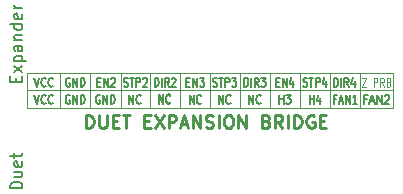
<source format=gto>
G04 #@! TF.FileFunction,Legend,Top*
%FSLAX46Y46*%
G04 Gerber Fmt 4.6, Leading zero omitted, Abs format (unit mm)*
G04 Created by KiCad (PCBNEW 4.0.7) date 04/07/18 14:14:12*
%MOMM*%
%LPD*%
G01*
G04 APERTURE LIST*
%ADD10C,0.100000*%
%ADD11C,0.080000*%
%ADD12C,0.275000*%
%ADD13C,0.150000*%
%ADD14C,0.125000*%
%ADD15R,2.100000X2.100000*%
%ADD16O,2.100000X2.100000*%
G04 APERTURE END LIST*
D10*
D11*
X2102000Y10310000D02*
X33102000Y10310000D01*
X30305000Y8811000D02*
X30241500Y8811000D01*
X30305000Y11795500D02*
X30305000Y8811000D01*
X27765000Y11795500D02*
X27765000Y8811000D01*
X25225000Y8811000D02*
X25288500Y8811000D01*
X25225000Y11795500D02*
X25225000Y8811000D01*
X22685000Y11795500D02*
X22685000Y8811000D01*
X20145000Y11795500D02*
X20145000Y8811000D01*
X17605000Y11795500D02*
X17605000Y8811000D01*
X15065000Y8811000D02*
X15001500Y8811000D01*
X15065000Y11795500D02*
X15065000Y8811000D01*
X12525000Y11795500D02*
X12525000Y8811000D01*
X10048500Y11795500D02*
X10048500Y8811000D01*
X7445000Y11795500D02*
X7445000Y8811000D01*
X4905000Y11795500D02*
X4905000Y8811000D01*
X2102000Y8810000D02*
X3102000Y8810000D01*
X2102000Y11810000D02*
X2102000Y8810000D01*
X33102000Y11810000D02*
X2102000Y11810000D01*
X33102000Y8810000D02*
X33102000Y11810000D01*
X3102000Y8810000D02*
X33102000Y8810000D01*
D12*
X7136286Y7122381D02*
X7136286Y8222381D01*
X7398191Y8222381D01*
X7555333Y8170000D01*
X7660095Y8065238D01*
X7712476Y7960476D01*
X7764857Y7750952D01*
X7764857Y7593810D01*
X7712476Y7384286D01*
X7660095Y7279524D01*
X7555333Y7174762D01*
X7398191Y7122381D01*
X7136286Y7122381D01*
X8236286Y8222381D02*
X8236286Y7331905D01*
X8288667Y7227143D01*
X8341048Y7174762D01*
X8445810Y7122381D01*
X8655333Y7122381D01*
X8760095Y7174762D01*
X8812476Y7227143D01*
X8864857Y7331905D01*
X8864857Y8222381D01*
X9388667Y7698571D02*
X9755333Y7698571D01*
X9912476Y7122381D02*
X9388667Y7122381D01*
X9388667Y8222381D01*
X9912476Y8222381D01*
X10226762Y8222381D02*
X10855333Y8222381D01*
X10541048Y7122381D02*
X10541048Y8222381D01*
X12060095Y7698571D02*
X12426761Y7698571D01*
X12583904Y7122381D02*
X12060095Y7122381D01*
X12060095Y8222381D01*
X12583904Y8222381D01*
X12950571Y8222381D02*
X13683904Y7122381D01*
X13683904Y8222381D02*
X12950571Y7122381D01*
X14102952Y7122381D02*
X14102952Y8222381D01*
X14521999Y8222381D01*
X14626761Y8170000D01*
X14679142Y8117619D01*
X14731523Y8012857D01*
X14731523Y7855714D01*
X14679142Y7750952D01*
X14626761Y7698571D01*
X14521999Y7646190D01*
X14102952Y7646190D01*
X15150571Y7436667D02*
X15674380Y7436667D01*
X15045809Y7122381D02*
X15412476Y8222381D01*
X15779142Y7122381D01*
X16145809Y7122381D02*
X16145809Y8222381D01*
X16774380Y7122381D01*
X16774380Y8222381D01*
X17245809Y7174762D02*
X17402952Y7122381D01*
X17664856Y7122381D01*
X17769618Y7174762D01*
X17821999Y7227143D01*
X17874380Y7331905D01*
X17874380Y7436667D01*
X17821999Y7541429D01*
X17769618Y7593810D01*
X17664856Y7646190D01*
X17455333Y7698571D01*
X17350571Y7750952D01*
X17298190Y7803333D01*
X17245809Y7908095D01*
X17245809Y8012857D01*
X17298190Y8117619D01*
X17350571Y8170000D01*
X17455333Y8222381D01*
X17717237Y8222381D01*
X17874380Y8170000D01*
X18345809Y7122381D02*
X18345809Y8222381D01*
X19079143Y8222381D02*
X19288666Y8222381D01*
X19393428Y8170000D01*
X19498190Y8065238D01*
X19550571Y7855714D01*
X19550571Y7489048D01*
X19498190Y7279524D01*
X19393428Y7174762D01*
X19288666Y7122381D01*
X19079143Y7122381D01*
X18974381Y7174762D01*
X18869619Y7279524D01*
X18817238Y7489048D01*
X18817238Y7855714D01*
X18869619Y8065238D01*
X18974381Y8170000D01*
X19079143Y8222381D01*
X20022000Y7122381D02*
X20022000Y8222381D01*
X20650571Y7122381D01*
X20650571Y8222381D01*
X22379142Y7698571D02*
X22536285Y7646190D01*
X22588666Y7593810D01*
X22641047Y7489048D01*
X22641047Y7331905D01*
X22588666Y7227143D01*
X22536285Y7174762D01*
X22431523Y7122381D01*
X22012476Y7122381D01*
X22012476Y8222381D01*
X22379142Y8222381D01*
X22483904Y8170000D01*
X22536285Y8117619D01*
X22588666Y8012857D01*
X22588666Y7908095D01*
X22536285Y7803333D01*
X22483904Y7750952D01*
X22379142Y7698571D01*
X22012476Y7698571D01*
X23741047Y7122381D02*
X23374381Y7646190D01*
X23112476Y7122381D02*
X23112476Y8222381D01*
X23531523Y8222381D01*
X23636285Y8170000D01*
X23688666Y8117619D01*
X23741047Y8012857D01*
X23741047Y7855714D01*
X23688666Y7750952D01*
X23636285Y7698571D01*
X23531523Y7646190D01*
X23112476Y7646190D01*
X24212476Y7122381D02*
X24212476Y8222381D01*
X24736286Y7122381D02*
X24736286Y8222381D01*
X24998191Y8222381D01*
X25155333Y8170000D01*
X25260095Y8065238D01*
X25312476Y7960476D01*
X25364857Y7750952D01*
X25364857Y7593810D01*
X25312476Y7384286D01*
X25260095Y7279524D01*
X25155333Y7174762D01*
X24998191Y7122381D01*
X24736286Y7122381D01*
X26412476Y8170000D02*
X26307714Y8222381D01*
X26150571Y8222381D01*
X25993429Y8170000D01*
X25888667Y8065238D01*
X25836286Y7960476D01*
X25783905Y7750952D01*
X25783905Y7593810D01*
X25836286Y7384286D01*
X25888667Y7279524D01*
X25993429Y7174762D01*
X26150571Y7122381D01*
X26255333Y7122381D01*
X26412476Y7174762D01*
X26464857Y7227143D01*
X26464857Y7593810D01*
X26255333Y7593810D01*
X26936286Y7698571D02*
X27302952Y7698571D01*
X27460095Y7122381D02*
X26936286Y7122381D01*
X26936286Y8222381D01*
X27460095Y8222381D01*
D13*
X13280572Y9170714D02*
X13280572Y9920714D01*
X13623429Y9170714D01*
X13623429Y9920714D01*
X14252000Y9242143D02*
X14223429Y9206429D01*
X14137715Y9170714D01*
X14080572Y9170714D01*
X13994857Y9206429D01*
X13937715Y9277857D01*
X13909143Y9349286D01*
X13880572Y9492143D01*
X13880572Y9599286D01*
X13909143Y9742143D01*
X13937715Y9813571D01*
X13994857Y9885000D01*
X14080572Y9920714D01*
X14137715Y9920714D01*
X14223429Y9885000D01*
X14252000Y9849286D01*
X20930572Y9170714D02*
X20930572Y9920714D01*
X21273429Y9170714D01*
X21273429Y9920714D01*
X21902000Y9242143D02*
X21873429Y9206429D01*
X21787715Y9170714D01*
X21730572Y9170714D01*
X21644857Y9206429D01*
X21587715Y9277857D01*
X21559143Y9349286D01*
X21530572Y9492143D01*
X21530572Y9599286D01*
X21559143Y9742143D01*
X21587715Y9813571D01*
X21644857Y9885000D01*
X21730572Y9920714D01*
X21787715Y9920714D01*
X21873429Y9885000D01*
X21902000Y9849286D01*
X18380572Y9170714D02*
X18380572Y9920714D01*
X18723429Y9170714D01*
X18723429Y9920714D01*
X19352000Y9242143D02*
X19323429Y9206429D01*
X19237715Y9170714D01*
X19180572Y9170714D01*
X19094857Y9206429D01*
X19037715Y9277857D01*
X19009143Y9349286D01*
X18980572Y9492143D01*
X18980572Y9599286D01*
X19009143Y9742143D01*
X19037715Y9813571D01*
X19094857Y9885000D01*
X19180572Y9920714D01*
X19237715Y9920714D01*
X19323429Y9885000D01*
X19352000Y9849286D01*
X15880572Y9170714D02*
X15880572Y9920714D01*
X16223429Y9170714D01*
X16223429Y9920714D01*
X16852000Y9242143D02*
X16823429Y9206429D01*
X16737715Y9170714D01*
X16680572Y9170714D01*
X16594857Y9206429D01*
X16537715Y9277857D01*
X16509143Y9349286D01*
X16480572Y9492143D01*
X16480572Y9599286D01*
X16509143Y9742143D01*
X16537715Y9813571D01*
X16594857Y9885000D01*
X16680572Y9920714D01*
X16737715Y9920714D01*
X16823429Y9885000D01*
X16852000Y9849286D01*
X13280572Y9220714D02*
X13280572Y9970714D01*
X13623429Y9220714D01*
X13623429Y9970714D01*
X14252000Y9292143D02*
X14223429Y9256429D01*
X14137715Y9220714D01*
X14080572Y9220714D01*
X13994857Y9256429D01*
X13937715Y9327857D01*
X13909143Y9399286D01*
X13880572Y9542143D01*
X13880572Y9649286D01*
X13909143Y9792143D01*
X13937715Y9863571D01*
X13994857Y9935000D01*
X14080572Y9970714D01*
X14137715Y9970714D01*
X14223429Y9935000D01*
X14252000Y9899286D01*
X10780572Y9170714D02*
X10780572Y9920714D01*
X11123429Y9170714D01*
X11123429Y9920714D01*
X11752000Y9242143D02*
X11723429Y9206429D01*
X11637715Y9170714D01*
X11580572Y9170714D01*
X11494857Y9206429D01*
X11437715Y9277857D01*
X11409143Y9349286D01*
X11380572Y9492143D01*
X11380572Y9599286D01*
X11409143Y9742143D01*
X11437715Y9813571D01*
X11494857Y9885000D01*
X11580572Y9920714D01*
X11637715Y9920714D01*
X11723429Y9885000D01*
X11752000Y9849286D01*
X30866286Y9567143D02*
X30649619Y9567143D01*
X30649619Y9148095D02*
X30649619Y9948095D01*
X30959143Y9948095D01*
X31175810Y9376667D02*
X31485333Y9376667D01*
X31113905Y9148095D02*
X31330571Y9948095D01*
X31547238Y9148095D01*
X31763905Y9148095D02*
X31763905Y9948095D01*
X32135333Y9148095D01*
X32135333Y9948095D01*
X32413905Y9871905D02*
X32444857Y9910000D01*
X32506762Y9948095D01*
X32661524Y9948095D01*
X32723428Y9910000D01*
X32754381Y9871905D01*
X32785333Y9795714D01*
X32785333Y9719524D01*
X32754381Y9605238D01*
X32382952Y9148095D01*
X32785333Y9148095D01*
X28280571Y9563571D02*
X28080571Y9563571D01*
X28080571Y9170714D02*
X28080571Y9920714D01*
X28366285Y9920714D01*
X28566286Y9385000D02*
X28852000Y9385000D01*
X28509143Y9170714D02*
X28709143Y9920714D01*
X28909143Y9170714D01*
X29109143Y9170714D02*
X29109143Y9920714D01*
X29452000Y9170714D01*
X29452000Y9920714D01*
X30052000Y9170714D02*
X29709143Y9170714D01*
X29880571Y9170714D02*
X29880571Y9920714D01*
X29823428Y9813571D01*
X29766286Y9742143D01*
X29709143Y9706429D01*
X26044857Y9170714D02*
X26044857Y9920714D01*
X26044857Y9563571D02*
X26387714Y9563571D01*
X26387714Y9170714D02*
X26387714Y9920714D01*
X26930571Y9670714D02*
X26930571Y9170714D01*
X26787714Y9956429D02*
X26644857Y9420714D01*
X27016285Y9420714D01*
X23494857Y9170714D02*
X23494857Y9920714D01*
X23494857Y9563571D02*
X23837714Y9563571D01*
X23837714Y9170714D02*
X23837714Y9920714D01*
X24066285Y9920714D02*
X24437714Y9920714D01*
X24237714Y9635000D01*
X24323428Y9635000D01*
X24380571Y9599286D01*
X24409142Y9563571D01*
X24437714Y9492143D01*
X24437714Y9313571D01*
X24409142Y9242143D01*
X24380571Y9206429D01*
X24323428Y9170714D01*
X24152000Y9170714D01*
X24094857Y9206429D01*
X24066285Y9242143D01*
D14*
X30484142Y11370714D02*
X30850809Y11370714D01*
X30484142Y10620714D01*
X30850809Y10620714D01*
X31479381Y10620714D02*
X31479381Y11370714D01*
X31688905Y11370714D01*
X31741286Y11335000D01*
X31767477Y11299286D01*
X31793667Y11227857D01*
X31793667Y11120714D01*
X31767477Y11049286D01*
X31741286Y11013571D01*
X31688905Y10977857D01*
X31479381Y10977857D01*
X32343667Y10620714D02*
X32160334Y10977857D01*
X32029381Y10620714D02*
X32029381Y11370714D01*
X32238905Y11370714D01*
X32291286Y11335000D01*
X32317477Y11299286D01*
X32343667Y11227857D01*
X32343667Y11120714D01*
X32317477Y11049286D01*
X32291286Y11013571D01*
X32238905Y10977857D01*
X32029381Y10977857D01*
X32762715Y11013571D02*
X32841286Y10977857D01*
X32867477Y10942143D01*
X32893667Y10870714D01*
X32893667Y10763571D01*
X32867477Y10692143D01*
X32841286Y10656429D01*
X32788905Y10620714D01*
X32579381Y10620714D01*
X32579381Y11370714D01*
X32762715Y11370714D01*
X32815096Y11335000D01*
X32841286Y11299286D01*
X32867477Y11227857D01*
X32867477Y11156429D01*
X32841286Y11085000D01*
X32815096Y11049286D01*
X32762715Y11013571D01*
X32579381Y11013571D01*
D13*
X28116286Y10620714D02*
X28116286Y11370714D01*
X28259143Y11370714D01*
X28344858Y11335000D01*
X28402000Y11263571D01*
X28430572Y11192143D01*
X28459143Y11049286D01*
X28459143Y10942143D01*
X28430572Y10799286D01*
X28402000Y10727857D01*
X28344858Y10656429D01*
X28259143Y10620714D01*
X28116286Y10620714D01*
X28716286Y10620714D02*
X28716286Y11370714D01*
X29344857Y10620714D02*
X29144857Y10977857D01*
X29002000Y10620714D02*
X29002000Y11370714D01*
X29230572Y11370714D01*
X29287714Y11335000D01*
X29316286Y11299286D01*
X29344857Y11227857D01*
X29344857Y11120714D01*
X29316286Y11049286D01*
X29287714Y11013571D01*
X29230572Y10977857D01*
X29002000Y10977857D01*
X29859143Y11120714D02*
X29859143Y10620714D01*
X29716286Y11406429D02*
X29573429Y10870714D01*
X29944857Y10870714D01*
X25516286Y10656429D02*
X25602000Y10620714D01*
X25744857Y10620714D01*
X25802000Y10656429D01*
X25830571Y10692143D01*
X25859143Y10763571D01*
X25859143Y10835000D01*
X25830571Y10906429D01*
X25802000Y10942143D01*
X25744857Y10977857D01*
X25630571Y11013571D01*
X25573429Y11049286D01*
X25544857Y11085000D01*
X25516286Y11156429D01*
X25516286Y11227857D01*
X25544857Y11299286D01*
X25573429Y11335000D01*
X25630571Y11370714D01*
X25773429Y11370714D01*
X25859143Y11335000D01*
X26030572Y11370714D02*
X26373429Y11370714D01*
X26202000Y10620714D02*
X26202000Y11370714D01*
X26573429Y10620714D02*
X26573429Y11370714D01*
X26802001Y11370714D01*
X26859143Y11335000D01*
X26887715Y11299286D01*
X26916286Y11227857D01*
X26916286Y11120714D01*
X26887715Y11049286D01*
X26859143Y11013571D01*
X26802001Y10977857D01*
X26573429Y10977857D01*
X27430572Y11120714D02*
X27430572Y10620714D01*
X27287715Y11406429D02*
X27144858Y10870714D01*
X27516286Y10870714D01*
X23223429Y11013571D02*
X23423429Y11013571D01*
X23509143Y10620714D02*
X23223429Y10620714D01*
X23223429Y11370714D01*
X23509143Y11370714D01*
X23766286Y10620714D02*
X23766286Y11370714D01*
X24109143Y10620714D01*
X24109143Y11370714D01*
X24652000Y11120714D02*
X24652000Y10620714D01*
X24509143Y11406429D02*
X24366286Y10870714D01*
X24737714Y10870714D01*
X20516286Y10620714D02*
X20516286Y11370714D01*
X20659143Y11370714D01*
X20744858Y11335000D01*
X20802000Y11263571D01*
X20830572Y11192143D01*
X20859143Y11049286D01*
X20859143Y10942143D01*
X20830572Y10799286D01*
X20802000Y10727857D01*
X20744858Y10656429D01*
X20659143Y10620714D01*
X20516286Y10620714D01*
X21116286Y10620714D02*
X21116286Y11370714D01*
X21744857Y10620714D02*
X21544857Y10977857D01*
X21402000Y10620714D02*
X21402000Y11370714D01*
X21630572Y11370714D01*
X21687714Y11335000D01*
X21716286Y11299286D01*
X21744857Y11227857D01*
X21744857Y11120714D01*
X21716286Y11049286D01*
X21687714Y11013571D01*
X21630572Y10977857D01*
X21402000Y10977857D01*
X21944857Y11370714D02*
X22316286Y11370714D01*
X22116286Y11085000D01*
X22202000Y11085000D01*
X22259143Y11049286D01*
X22287714Y11013571D01*
X22316286Y10942143D01*
X22316286Y10763571D01*
X22287714Y10692143D01*
X22259143Y10656429D01*
X22202000Y10620714D01*
X22030572Y10620714D01*
X21973429Y10656429D01*
X21944857Y10692143D01*
X17866286Y10656429D02*
X17952000Y10620714D01*
X18094857Y10620714D01*
X18152000Y10656429D01*
X18180571Y10692143D01*
X18209143Y10763571D01*
X18209143Y10835000D01*
X18180571Y10906429D01*
X18152000Y10942143D01*
X18094857Y10977857D01*
X17980571Y11013571D01*
X17923429Y11049286D01*
X17894857Y11085000D01*
X17866286Y11156429D01*
X17866286Y11227857D01*
X17894857Y11299286D01*
X17923429Y11335000D01*
X17980571Y11370714D01*
X18123429Y11370714D01*
X18209143Y11335000D01*
X18380572Y11370714D02*
X18723429Y11370714D01*
X18552000Y10620714D02*
X18552000Y11370714D01*
X18923429Y10620714D02*
X18923429Y11370714D01*
X19152001Y11370714D01*
X19209143Y11335000D01*
X19237715Y11299286D01*
X19266286Y11227857D01*
X19266286Y11120714D01*
X19237715Y11049286D01*
X19209143Y11013571D01*
X19152001Y10977857D01*
X18923429Y10977857D01*
X19466286Y11370714D02*
X19837715Y11370714D01*
X19637715Y11085000D01*
X19723429Y11085000D01*
X19780572Y11049286D01*
X19809143Y11013571D01*
X19837715Y10942143D01*
X19837715Y10763571D01*
X19809143Y10692143D01*
X19780572Y10656429D01*
X19723429Y10620714D01*
X19552001Y10620714D01*
X19494858Y10656429D01*
X19466286Y10692143D01*
X15623429Y11013571D02*
X15823429Y11013571D01*
X15909143Y10620714D02*
X15623429Y10620714D01*
X15623429Y11370714D01*
X15909143Y11370714D01*
X16166286Y10620714D02*
X16166286Y11370714D01*
X16509143Y10620714D01*
X16509143Y11370714D01*
X16737714Y11370714D02*
X17109143Y11370714D01*
X16909143Y11085000D01*
X16994857Y11085000D01*
X17052000Y11049286D01*
X17080571Y11013571D01*
X17109143Y10942143D01*
X17109143Y10763571D01*
X17080571Y10692143D01*
X17052000Y10656429D01*
X16994857Y10620714D01*
X16823429Y10620714D01*
X16766286Y10656429D01*
X16737714Y10692143D01*
X12916286Y10620714D02*
X12916286Y11370714D01*
X13059143Y11370714D01*
X13144858Y11335000D01*
X13202000Y11263571D01*
X13230572Y11192143D01*
X13259143Y11049286D01*
X13259143Y10942143D01*
X13230572Y10799286D01*
X13202000Y10727857D01*
X13144858Y10656429D01*
X13059143Y10620714D01*
X12916286Y10620714D01*
X13516286Y10620714D02*
X13516286Y11370714D01*
X14144857Y10620714D02*
X13944857Y10977857D01*
X13802000Y10620714D02*
X13802000Y11370714D01*
X14030572Y11370714D01*
X14087714Y11335000D01*
X14116286Y11299286D01*
X14144857Y11227857D01*
X14144857Y11120714D01*
X14116286Y11049286D01*
X14087714Y11013571D01*
X14030572Y10977857D01*
X13802000Y10977857D01*
X14373429Y11299286D02*
X14402000Y11335000D01*
X14459143Y11370714D01*
X14602000Y11370714D01*
X14659143Y11335000D01*
X14687714Y11299286D01*
X14716286Y11227857D01*
X14716286Y11156429D01*
X14687714Y11049286D01*
X14344857Y10620714D01*
X14716286Y10620714D01*
X10316286Y10656429D02*
X10402000Y10620714D01*
X10544857Y10620714D01*
X10602000Y10656429D01*
X10630571Y10692143D01*
X10659143Y10763571D01*
X10659143Y10835000D01*
X10630571Y10906429D01*
X10602000Y10942143D01*
X10544857Y10977857D01*
X10430571Y11013571D01*
X10373429Y11049286D01*
X10344857Y11085000D01*
X10316286Y11156429D01*
X10316286Y11227857D01*
X10344857Y11299286D01*
X10373429Y11335000D01*
X10430571Y11370714D01*
X10573429Y11370714D01*
X10659143Y11335000D01*
X10830572Y11370714D02*
X11173429Y11370714D01*
X11002000Y10620714D02*
X11002000Y11370714D01*
X11373429Y10620714D02*
X11373429Y11370714D01*
X11602001Y11370714D01*
X11659143Y11335000D01*
X11687715Y11299286D01*
X11716286Y11227857D01*
X11716286Y11120714D01*
X11687715Y11049286D01*
X11659143Y11013571D01*
X11602001Y10977857D01*
X11373429Y10977857D01*
X11944858Y11299286D02*
X11973429Y11335000D01*
X12030572Y11370714D01*
X12173429Y11370714D01*
X12230572Y11335000D01*
X12259143Y11299286D01*
X12287715Y11227857D01*
X12287715Y11156429D01*
X12259143Y11049286D01*
X11916286Y10620714D01*
X12287715Y10620714D01*
X8073429Y11013571D02*
X8273429Y11013571D01*
X8359143Y10620714D02*
X8073429Y10620714D01*
X8073429Y11370714D01*
X8359143Y11370714D01*
X8616286Y10620714D02*
X8616286Y11370714D01*
X8959143Y10620714D01*
X8959143Y11370714D01*
X9216286Y11299286D02*
X9244857Y11335000D01*
X9302000Y11370714D01*
X9444857Y11370714D01*
X9502000Y11335000D01*
X9530571Y11299286D01*
X9559143Y11227857D01*
X9559143Y11156429D01*
X9530571Y11049286D01*
X9187714Y10620714D01*
X9559143Y10620714D01*
X8294858Y9885000D02*
X8237715Y9920714D01*
X8152001Y9920714D01*
X8066286Y9885000D01*
X8009144Y9813571D01*
X7980572Y9742143D01*
X7952001Y9599286D01*
X7952001Y9492143D01*
X7980572Y9349286D01*
X8009144Y9277857D01*
X8066286Y9206429D01*
X8152001Y9170714D01*
X8209144Y9170714D01*
X8294858Y9206429D01*
X8323429Y9242143D01*
X8323429Y9492143D01*
X8209144Y9492143D01*
X8580572Y9170714D02*
X8580572Y9920714D01*
X8923429Y9170714D01*
X8923429Y9920714D01*
X9209143Y9170714D02*
X9209143Y9920714D01*
X9352000Y9920714D01*
X9437715Y9885000D01*
X9494857Y9813571D01*
X9523429Y9742143D01*
X9552000Y9599286D01*
X9552000Y9492143D01*
X9523429Y9349286D01*
X9494857Y9277857D01*
X9437715Y9206429D01*
X9352000Y9170714D01*
X9209143Y9170714D01*
X5744858Y9885000D02*
X5687715Y9920714D01*
X5602001Y9920714D01*
X5516286Y9885000D01*
X5459144Y9813571D01*
X5430572Y9742143D01*
X5402001Y9599286D01*
X5402001Y9492143D01*
X5430572Y9349286D01*
X5459144Y9277857D01*
X5516286Y9206429D01*
X5602001Y9170714D01*
X5659144Y9170714D01*
X5744858Y9206429D01*
X5773429Y9242143D01*
X5773429Y9492143D01*
X5659144Y9492143D01*
X6030572Y9170714D02*
X6030572Y9920714D01*
X6373429Y9170714D01*
X6373429Y9920714D01*
X6659143Y9170714D02*
X6659143Y9920714D01*
X6802000Y9920714D01*
X6887715Y9885000D01*
X6944857Y9813571D01*
X6973429Y9742143D01*
X7002000Y9599286D01*
X7002000Y9492143D01*
X6973429Y9349286D01*
X6944857Y9277857D01*
X6887715Y9206429D01*
X6802000Y9170714D01*
X6659143Y9170714D01*
X5744858Y11335000D02*
X5687715Y11370714D01*
X5602001Y11370714D01*
X5516286Y11335000D01*
X5459144Y11263571D01*
X5430572Y11192143D01*
X5402001Y11049286D01*
X5402001Y10942143D01*
X5430572Y10799286D01*
X5459144Y10727857D01*
X5516286Y10656429D01*
X5602001Y10620714D01*
X5659144Y10620714D01*
X5744858Y10656429D01*
X5773429Y10692143D01*
X5773429Y10942143D01*
X5659144Y10942143D01*
X6030572Y10620714D02*
X6030572Y11370714D01*
X6373429Y10620714D01*
X6373429Y11370714D01*
X6659143Y10620714D02*
X6659143Y11370714D01*
X6802000Y11370714D01*
X6887715Y11335000D01*
X6944857Y11263571D01*
X6973429Y11192143D01*
X7002000Y11049286D01*
X7002000Y10942143D01*
X6973429Y10799286D01*
X6944857Y10727857D01*
X6887715Y10656429D01*
X6802000Y10620714D01*
X6659143Y10620714D01*
X2752000Y9920714D02*
X2952000Y9170714D01*
X3152000Y9920714D01*
X3694857Y9242143D02*
X3666286Y9206429D01*
X3580572Y9170714D01*
X3523429Y9170714D01*
X3437714Y9206429D01*
X3380572Y9277857D01*
X3352000Y9349286D01*
X3323429Y9492143D01*
X3323429Y9599286D01*
X3352000Y9742143D01*
X3380572Y9813571D01*
X3437714Y9885000D01*
X3523429Y9920714D01*
X3580572Y9920714D01*
X3666286Y9885000D01*
X3694857Y9849286D01*
X4294857Y9242143D02*
X4266286Y9206429D01*
X4180572Y9170714D01*
X4123429Y9170714D01*
X4037714Y9206429D01*
X3980572Y9277857D01*
X3952000Y9349286D01*
X3923429Y9492143D01*
X3923429Y9599286D01*
X3952000Y9742143D01*
X3980572Y9813571D01*
X4037714Y9885000D01*
X4123429Y9920714D01*
X4180572Y9920714D01*
X4266286Y9885000D01*
X4294857Y9849286D01*
X2752000Y11370714D02*
X2952000Y10620714D01*
X3152000Y11370714D01*
X3694857Y10692143D02*
X3666286Y10656429D01*
X3580572Y10620714D01*
X3523429Y10620714D01*
X3437714Y10656429D01*
X3380572Y10727857D01*
X3352000Y10799286D01*
X3323429Y10942143D01*
X3323429Y11049286D01*
X3352000Y11192143D01*
X3380572Y11263571D01*
X3437714Y11335000D01*
X3523429Y11370714D01*
X3580572Y11370714D01*
X3666286Y11335000D01*
X3694857Y11299286D01*
X4294857Y10692143D02*
X4266286Y10656429D01*
X4180572Y10620714D01*
X4123429Y10620714D01*
X4037714Y10656429D01*
X3980572Y10727857D01*
X3952000Y10799286D01*
X3923429Y10942143D01*
X3923429Y11049286D01*
X3952000Y11192143D01*
X3980572Y11263571D01*
X4037714Y11335000D01*
X4123429Y11370714D01*
X4180572Y11370714D01*
X4266286Y11335000D01*
X4294857Y11299286D01*
X1722381Y2000428D02*
X722381Y2000428D01*
X722381Y2238523D01*
X770000Y2381381D01*
X865238Y2476619D01*
X960476Y2524238D01*
X1150952Y2571857D01*
X1293810Y2571857D01*
X1484286Y2524238D01*
X1579524Y2476619D01*
X1674762Y2381381D01*
X1722381Y2238523D01*
X1722381Y2000428D01*
X1055714Y3429000D02*
X1722381Y3429000D01*
X1055714Y3000428D02*
X1579524Y3000428D01*
X1674762Y3048047D01*
X1722381Y3143285D01*
X1722381Y3286143D01*
X1674762Y3381381D01*
X1627143Y3429000D01*
X1674762Y4286143D02*
X1722381Y4190905D01*
X1722381Y4000428D01*
X1674762Y3905190D01*
X1579524Y3857571D01*
X1198571Y3857571D01*
X1103333Y3905190D01*
X1055714Y4000428D01*
X1055714Y4190905D01*
X1103333Y4286143D01*
X1198571Y4333762D01*
X1293810Y4333762D01*
X1389048Y3857571D01*
X1055714Y4619476D02*
X1055714Y5000428D01*
X722381Y4762333D02*
X1579524Y4762333D01*
X1674762Y4809952D01*
X1722381Y4905190D01*
X1722381Y5000428D01*
X1198571Y11057333D02*
X1198571Y11390667D01*
X1722381Y11533524D02*
X1722381Y11057333D01*
X722381Y11057333D01*
X722381Y11533524D01*
X1722381Y11866857D02*
X1055714Y12390667D01*
X1055714Y11866857D02*
X1722381Y12390667D01*
X1055714Y12771619D02*
X2055714Y12771619D01*
X1103333Y12771619D02*
X1055714Y12866857D01*
X1055714Y13057334D01*
X1103333Y13152572D01*
X1150952Y13200191D01*
X1246190Y13247810D01*
X1531905Y13247810D01*
X1627143Y13200191D01*
X1674762Y13152572D01*
X1722381Y13057334D01*
X1722381Y12866857D01*
X1674762Y12771619D01*
X1722381Y14104953D02*
X1198571Y14104953D01*
X1103333Y14057334D01*
X1055714Y13962096D01*
X1055714Y13771619D01*
X1103333Y13676381D01*
X1674762Y14104953D02*
X1722381Y14009715D01*
X1722381Y13771619D01*
X1674762Y13676381D01*
X1579524Y13628762D01*
X1484286Y13628762D01*
X1389048Y13676381D01*
X1341429Y13771619D01*
X1341429Y14009715D01*
X1293810Y14104953D01*
X1055714Y14581143D02*
X1722381Y14581143D01*
X1150952Y14581143D02*
X1103333Y14628762D01*
X1055714Y14724000D01*
X1055714Y14866858D01*
X1103333Y14962096D01*
X1198571Y15009715D01*
X1722381Y15009715D01*
X1722381Y15914477D02*
X722381Y15914477D01*
X1674762Y15914477D02*
X1722381Y15819239D01*
X1722381Y15628762D01*
X1674762Y15533524D01*
X1627143Y15485905D01*
X1531905Y15438286D01*
X1246190Y15438286D01*
X1150952Y15485905D01*
X1103333Y15533524D01*
X1055714Y15628762D01*
X1055714Y15819239D01*
X1103333Y15914477D01*
X1674762Y16771620D02*
X1722381Y16676382D01*
X1722381Y16485905D01*
X1674762Y16390667D01*
X1579524Y16343048D01*
X1198571Y16343048D01*
X1103333Y16390667D01*
X1055714Y16485905D01*
X1055714Y16676382D01*
X1103333Y16771620D01*
X1198571Y16819239D01*
X1293810Y16819239D01*
X1389048Y16343048D01*
X1722381Y17247810D02*
X1055714Y17247810D01*
X1246190Y17247810D02*
X1150952Y17295429D01*
X1103333Y17343048D01*
X1055714Y17438286D01*
X1055714Y17533525D01*
%LPC*%
D15*
X3302000Y2413000D03*
D16*
X3302000Y4953000D03*
X5842000Y2413000D03*
X5842000Y4953000D03*
X8382000Y2413000D03*
X8382000Y4953000D03*
X10922000Y2413000D03*
X10922000Y4953000D03*
X13462000Y2413000D03*
X13462000Y4953000D03*
X16002000Y2413000D03*
X16002000Y4953000D03*
X18542000Y2413000D03*
X18542000Y4953000D03*
X21082000Y2413000D03*
X21082000Y4953000D03*
X23622000Y2413000D03*
X23622000Y4953000D03*
X26162000Y2413000D03*
X26162000Y4953000D03*
X28702000Y2413000D03*
X28702000Y4953000D03*
X31242000Y2413000D03*
X31242000Y4953000D03*
D15*
X3302000Y13208000D03*
D16*
X3302000Y15748000D03*
X5842000Y13208000D03*
X5842000Y15748000D03*
X8382000Y13208000D03*
X8382000Y15748000D03*
X10922000Y13208000D03*
X10922000Y15748000D03*
X13462000Y13208000D03*
X13462000Y15748000D03*
X16002000Y13208000D03*
X16002000Y15748000D03*
X18542000Y13208000D03*
X18542000Y15748000D03*
X21082000Y13208000D03*
X21082000Y15748000D03*
X23622000Y13208000D03*
X23622000Y15748000D03*
X26162000Y13208000D03*
X26162000Y15748000D03*
X28702000Y13208000D03*
X28702000Y15748000D03*
X31242000Y13208000D03*
X31242000Y15748000D03*
M02*

</source>
